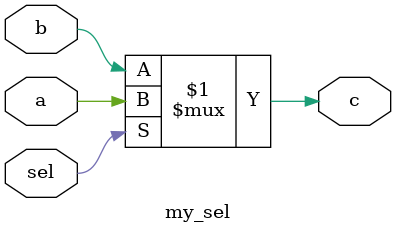
<source format=v>
module my_sel (
                input wire a,
                input wire b,
                input wire sel,
                output wire c );

    assign c = sel?a:b;

endmodule

</source>
